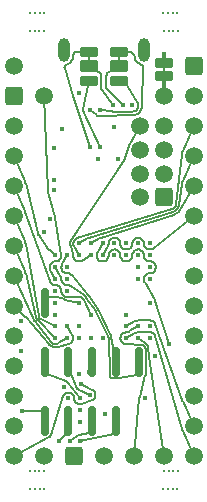
<source format=gbl>
%FSTAX23Y23*%
%MOIN*%
%SFA1B1*%

%IPPOS*%
%AMD61*
4,1,8,0.029500,-0.022100,0.029500,0.022100,0.022100,0.029500,-0.022100,0.029500,-0.029500,0.022100,-0.029500,-0.022100,-0.022100,-0.029500,0.022100,-0.029500,0.029500,-0.022100,0.0*
1,1,0.014760,0.022100,-0.022100*
1,1,0.014760,0.022100,0.022100*
1,1,0.014760,-0.022100,0.022100*
1,1,0.014760,-0.022100,-0.022100*
%
%AMD62*
4,1,8,0.022100,0.029500,-0.022100,0.029500,-0.029500,0.022100,-0.029500,-0.022100,-0.022100,-0.029500,0.022100,-0.029500,0.029500,-0.022100,0.029500,0.022100,0.022100,0.029500,0.0*
1,1,0.014760,0.022100,0.022100*
1,1,0.014760,-0.022100,0.022100*
1,1,0.014760,-0.022100,-0.022100*
1,1,0.014760,0.022100,-0.022100*
%
%AMD67*
4,1,8,-0.025600,-0.015700,0.025600,-0.015700,0.029500,-0.011800,0.029500,0.011800,0.025600,0.015700,-0.025600,0.015700,-0.029500,0.011800,-0.029500,-0.011800,-0.025600,-0.015700,0.0*
1,1,0.007880,-0.025600,-0.011800*
1,1,0.007880,0.025600,-0.011800*
1,1,0.007880,0.025600,0.011800*
1,1,0.007880,-0.025600,0.011800*
%
%AMD68*
4,1,8,-0.024600,-0.019700,0.024600,-0.019700,0.029500,-0.014800,0.029500,0.014800,0.024600,0.019700,-0.024600,0.019700,-0.029500,0.014800,-0.029500,-0.014800,-0.024600,-0.019700,0.0*
1,1,0.009840,-0.024600,-0.014800*
1,1,0.009840,0.024600,-0.014800*
1,1,0.009840,0.024600,0.014800*
1,1,0.009840,-0.024600,0.014800*
%
%AMD69*
4,1,8,-0.013800,0.042300,-0.013800,-0.042300,-0.006900,-0.049200,0.006900,-0.049200,0.013800,-0.042300,0.013800,0.042300,0.006900,0.049200,-0.006900,0.049200,-0.013800,0.042300,0.0*
1,1,0.013780,-0.006900,0.042300*
1,1,0.013780,-0.006900,-0.042300*
1,1,0.013780,0.006900,-0.042300*
1,1,0.013780,0.006900,0.042300*
%
%ADD10C,0.007870*%
%ADD11C,0.005910*%
%ADD60C,0.059060*%
G04~CAMADD=61~8~0.0~0.0~590.6~590.6~73.8~0.0~15~0.0~0.0~0.0~0.0~0~0.0~0.0~0.0~0.0~0~0.0~0.0~0.0~270.0~590.0~590.0*
%ADD61D61*%
G04~CAMADD=62~8~0.0~0.0~590.6~590.6~73.8~0.0~15~0.0~0.0~0.0~0.0~0~0.0~0.0~0.0~0.0~0~0.0~0.0~0.0~0.0~590.6~590.6*
%ADD62D62*%
%ADD63O,0.039370X0.078740*%
%ADD64C,0.007870*%
%ADD65C,0.017720*%
G04~CAMADD=67~8~0.0~0.0~590.6~315.0~39.4~0.0~15~0.0~0.0~0.0~0.0~0~0.0~0.0~0.0~0.0~0~0.0~0.0~0.0~180.0~590.0~314.0*
%ADD67D67*%
G04~CAMADD=68~8~0.0~0.0~590.6~393.7~49.2~0.0~15~0.0~0.0~0.0~0.0~0~0.0~0.0~0.0~0.0~0~0.0~0.0~0.0~180.0~591.0~394.0*
%ADD68D68*%
G04~CAMADD=69~8~0.0~0.0~984.3~275.6~68.9~0.0~15~0.0~0.0~0.0~0.0~0~0.0~0.0~0.0~0.0~0~0.0~0.0~0.0~90.0~276.0~984.0*
%ADD69D69*%
%ADD70C,0.011810*%
%LNcs_ranka-1*%
%LPD*%
G54D10*
X00438Y0138D02*
D01*
X00438Y0138*
X00437Y01381*
X00437Y01381*
X00437Y01382*
X00437Y01382*
X00436Y01383*
X00436Y01383*
X00435Y01383*
X00435Y01384*
X00435Y01384*
X00434Y01384*
X00434Y01385*
X00433Y01385*
X00433Y01385*
X00432Y01385*
X00432Y01385*
X00431Y01385*
X0043Y01385*
X0043Y01385*
X00227Y01351D02*
D01*
X00228Y01353*
X0023Y01355*
X00231Y01356*
X00232Y01358*
X00233Y0136*
X00234Y01362*
X00235Y01364*
X00235Y01366*
X00236Y01368*
X00236Y01371*
X00236Y01373*
X00237Y01374*
X00362Y01322D02*
D01*
X00361Y01322*
X0036Y01322*
X00359Y01322*
X00358Y01322*
X00357Y01321*
X00356Y01321*
X00355Y0132*
X00354Y0132*
X00353Y01319*
X00352Y01319*
X00352Y01318*
X00351Y01317*
X0035Y01316*
X00349Y01315*
X00349Y01314*
X00348Y01313*
X00348Y01312*
X00348Y01311*
X00347Y0131*
X00347Y01309*
X00347Y01308*
X00347Y01307*
X00347Y01307*
X00331Y01267D02*
D01*
X00331Y01266*
X00331Y01265*
X00331Y01264*
X00332Y01263*
X00332Y01262*
X00332Y01261*
X00333Y0126*
X00333Y01259*
X00334Y01258*
X00334Y01258*
X00331Y01307D02*
D01*
X00331Y01308*
X00331Y01309*
X00331Y0131*
X0033Y01311*
X0033Y01312*
X0033Y01313*
X00329Y01314*
X00329Y01315*
X00328Y01316*
X00327Y01317*
X00327Y01318*
X00326Y01318*
X00325Y01319*
X00324Y0132*
X00323Y0132*
X00322Y01321*
X00321Y01321*
X0032Y01322*
X00319Y01322*
X00318Y01322*
X00317Y01322*
X00316Y01322*
X00315*
X00236Y01241D02*
D01*
X00236Y01241*
X00236Y01241*
X00236Y01241*
X00237Y01241*
X00237Y01241*
X00213Y01344D02*
D01*
X00213Y01344*
X00212Y01344*
X00212Y01343*
X00211Y01343*
X00211Y01343*
X0021Y01342*
X0021Y01342*
X0021Y01342*
X00209Y01341*
X00209Y01341*
X00209Y0134*
X00208Y0134*
X00208Y01339*
X00208Y01339*
X00208Y01338*
X00208Y01338*
X00208Y01337*
X00207Y01337*
X00207Y01336*
X00208Y01336*
X00208Y01335*
X00208Y01334*
X00208Y01334*
X00213Y01344D02*
D01*
X00215Y01345*
X00217Y01345*
X00219Y01346*
X00221Y01347*
X00223Y01349*
X00225Y0135*
X00227Y01351*
X00227Y01351*
X00244Y01385D02*
D01*
X00244Y01385*
X00243Y01385*
X00243Y01385*
X00242Y01385*
X00242Y01385*
X00241Y01385*
X00241Y01384*
X0024Y01384*
X0024Y01384*
X00239Y01383*
X00239Y01383*
X00239Y01383*
X00238Y01382*
X00238Y01382*
X00238Y01381*
X00237Y01381*
X00237Y0138*
X00237Y0138*
X00237Y01379*
X00237Y01379*
X00237Y01378*
X00237Y01378*
X00237Y01377*
X00443Y01365D02*
D01*
X00443Y01363*
X00444Y01361*
X00445Y01359*
X00447Y01357*
X00448Y01355*
X00449Y01353*
X00451Y01352*
X00452Y0135*
X00454Y01349*
X00456Y01348*
X00458Y01347*
X0046Y01346*
X00462Y01345*
X00464Y01344*
X00465Y01344*
X00435Y01176D02*
D01*
X00437Y01176*
X00439Y01176*
X00441Y01177*
X00443Y01177*
X00446Y01178*
X00448Y01179*
X0045Y0118*
X00452Y01181*
X00453Y01183*
X00455Y01184*
X00457Y01186*
X00458Y01187*
X0046Y01189*
X00461Y01191*
X00462Y01193*
X00463Y01195*
X00464Y01197*
X00465Y01199*
X00465Y01201*
X00466Y01204*
X00466Y01206*
X00466Y01207*
X00471Y01336D02*
D01*
X00471Y01336*
X00471Y01337*
X00471Y01337*
X00471Y01338*
X00471Y01338*
X0047Y01339*
X0047Y0134*
X0047Y0134*
X0047Y0134*
X00469Y01341*
X00469Y01341*
X00469Y01342*
X00468Y01342*
X00468Y01342*
X00467Y01343*
X00467Y01343*
X00466Y01343*
X00466Y01344*
X00465Y01344*
X00465Y01344*
X00433Y01187D02*
D01*
X00435Y01188*
X00436Y01188*
X00438Y01188*
X00439Y01188*
X0044Y01189*
X00442Y01189*
X00443Y0119*
X00444Y01191*
X00446Y01191*
X00447Y01192*
X00448Y01193*
X00449Y01194*
X0045Y01195*
X0045Y01197*
X00451Y01198*
X00452Y01199*
X00453Y012*
X00453Y01202*
X00453Y01203*
X00454Y01205*
X00454Y01206*
X00454Y01207*
Y01209*
X00454Y0121*
X00454Y01212*
X00453Y01213*
X00453Y01215*
X00453Y01216*
X00452Y01217*
X00451Y01218*
X00451Y01219*
X00368Y01188D02*
D01*
X00369Y01188*
X0037Y01187*
X00271Y01196D02*
D01*
X00271Y01195*
X00271Y01193*
X00271Y01192*
X00271Y01191*
X00271Y01189*
X00271Y01188*
X00272Y01186*
X00272Y01185*
X00273Y01184*
X00273Y01184*
X00315Y01176D02*
D01*
X00316Y01175*
X00317Y01174*
X00319Y01173*
X0032Y01173*
X00321Y01173*
X00323Y01172*
X00324Y01172*
X00326Y01172*
X00327Y01172*
X00328Y01172*
X00438Y0138D02*
X00443Y01365D01*
X00388Y01385D02*
X0043D01*
D01*
X00347Y01267D02*
Y01307D01*
Y01267D02*
X00402Y01208D01*
X00334Y01258D02*
X0037Y01208D01*
X00331Y01267D02*
Y01307D01*
X00237Y01241D02*
X00292Y0107D01*
X00208Y01334D02*
X00236Y01241D01*
X00213Y01344D02*
X00213D01*
X00244Y01385D02*
D01*
X00237Y01374D02*
Y01377D01*
X00244Y01385D02*
X0029D01*
X00328Y01172D02*
X00435Y01176D01*
X00466Y01207D02*
X00471Y01336D01*
X0037Y01187D02*
X00433D01*
X00327Y01192D02*
X00368Y01188D01*
X00271Y01196D02*
X0029Y01291D01*
X00273Y01184D02*
X00327Y0107D01*
X00292Y01192D02*
X00315Y01176D01*
X00409Y01285D02*
X00451Y01219D01*
X00539Y01307D02*
Y01351D01*
X00388Y01338D02*
Y01385D01*
X0029Y01338D02*
Y01385D01*
G54D11*
X00453Y00492D02*
D01*
X00452Y00492*
X0045Y00491*
X00449Y00491*
X00448Y00491*
X00446Y0049*
X00445Y0049*
X00444Y00489*
X00443Y00489*
X00511Y00478D02*
D01*
X0051Y0048*
X0051Y00481*
X00509Y00482*
X00508Y00483*
X00508Y00484*
X00507Y00485*
X00506Y00486*
X00505Y00487*
X00504Y00488*
X00502Y00489*
X00501Y0049*
X005Y0049*
X00499Y00491*
X00497Y00491*
X00496Y00491*
X00495Y00491*
X00493Y00492*
X00492Y00492*
X00414Y00452D02*
D01*
X00415Y00452*
X00416Y00452*
X00418Y00453*
X00419Y00453*
X0042Y00453*
X00422Y00454*
X00423Y00455*
X00424Y00455*
X00414Y00452D02*
D01*
X00412Y00452*
X00411Y00452*
X0041Y00452*
X00408Y00451*
X00407Y00451*
X00406Y00451*
X00404Y0045*
X00403Y00449*
X00402Y00448*
X00401Y00448*
X004Y00447*
X00399Y00446*
X00398Y00445*
X00397Y00444*
X00397Y00442*
X00396Y00441*
X00395Y0044*
X00395Y00439*
D01*
X00395Y00437*
X00394Y00436*
X00394Y00435*
X00394Y00433*
X00394Y00432*
X00394Y00431*
X00394Y00429*
X00395Y00428*
X00395Y00427*
X00395Y00425*
X00396Y00424*
X00397Y00423*
X00397Y00422*
X00398Y00421*
X00399Y00419*
X004Y00418*
X00401Y00418*
X00402Y00417*
X00403Y00416*
X00404Y00415*
X00406Y00415*
X00407Y00414*
X00408Y00414*
X00409Y00413*
X00411Y00413*
X00412Y00413*
X00413Y00413*
X00467Y0041D02*
D01*
X00466Y0041*
X00465Y0041*
X00465Y0041*
X00478Y00396D02*
D01*
X00478Y00397*
X00478Y00398*
X00477Y00399*
X00477Y004*
X00477Y00401*
X00476Y00402*
X00476Y00403*
X00476Y00403*
X00475Y00404*
X00474Y00405*
X00474Y00406*
X00473Y00406*
X00472Y00407*
X00472Y00408*
X00471Y00408*
X0047Y00409*
X00469Y00409*
X00468Y00409*
X00467Y0041*
X00467Y0041*
X00511Y00438D02*
D01*
X00511Y00439*
X0051Y00441*
X0051Y00442*
X00509Y00443*
X00508Y00444*
X00508Y00445*
X00507Y00446*
X00506Y00447*
X00505Y00448*
X00503Y00449*
X00502Y0045*
X00501Y0045*
X005Y00451*
X00499Y00451*
X00497Y00452*
X00496Y00452*
X00495Y00452*
X00493Y00452*
X00492Y00452*
D01*
X00492Y00452*
X00492*
X00492*
X00492*
X00492*
Y00452*
X00453D02*
D01*
X00452Y00452*
X0045Y00452*
X00449Y00452*
X00448Y00452*
X00446Y00451*
X00445Y00451*
X00444Y0045*
X00443Y0045*
X00492Y00649D02*
D01*
X00491Y00649*
X0049Y00649*
X00488Y00649*
X00487Y00648*
X00486Y00648*
X00484Y00647*
X00483Y00647*
X00482Y00646*
X00481Y00645*
X0048Y00645*
X00479Y00644*
X00478Y00643*
X00477Y00642*
X00476Y0064*
X00475Y00639*
X00475Y00638*
X00474Y00637*
X00474Y00636*
X00473Y00634*
X00473Y00633*
X00473Y00631*
X00473Y0063*
X00473Y00629*
D01*
X00473Y00628*
X00473Y00627*
X00473Y00625*
X00473Y00624*
X00474Y00623*
X00474Y00621*
X00475Y0062*
X00475Y0062*
X00511Y00556D02*
D01*
X00511Y00558*
X0051Y00559*
X0051Y0056*
X00509Y00561*
X00492Y00649D02*
D01*
X00494Y00649*
X00495Y00649*
X00497Y0065*
X00498Y0065*
X00499Y0065*
X005Y00651*
X00502Y00651*
X00503Y00652*
X00504Y00653*
X00505Y00654*
X00506Y00655*
X00507Y00656*
X00508Y00657*
X00509Y00658*
X00509Y00659*
X0051Y0066*
X00473Y00708D02*
D01*
X00473Y00709*
X00473Y00711*
X00472Y00712*
X00472Y00714*
X00472Y00715*
X00471Y00716*
X0047Y00717*
X0047Y00719*
X00469Y0072*
X00468Y00721*
X00467Y00722*
X00466Y00723*
X00465Y00724*
X00464Y00724*
X00463Y00725*
X00462Y00726*
X0046Y00726*
X00459Y00727*
X00458Y00727*
X00457Y00728*
X00455Y00728*
X00454Y00728*
X00453Y00728*
X0051Y0066D02*
D01*
X00511Y00661*
X00511Y00663*
X00511Y00664*
X00512Y00665*
X00512Y00667*
X00512Y00668*
X00512Y00669*
X00512Y00671*
X00512Y00672*
X00512Y00673*
X00511Y00675*
X00511Y00676*
X0051Y00677*
X0051Y00679*
X00509Y0068*
X00508Y00681*
X00507Y00682*
X00506Y00683*
X00505Y00684*
X00504Y00685*
X00503Y00685*
X00502Y00686*
X00501Y00687*
X00499Y00687*
X00498Y00688*
X00497Y00688*
X00495Y00688*
X00494Y00688*
X00493Y00688*
X00492Y00688*
X00473Y00708D02*
D01*
X00473Y00707*
X00473Y00705*
X00473Y00704*
X00474Y00703*
X00474Y00701*
X00475Y007*
X00475Y00699*
X00476Y00698*
X00477Y00696*
X00477Y00695*
X00478Y00694*
X00479Y00693*
X0048Y00693*
X00482Y00692*
X00483Y00691*
X00484Y0069*
X00485Y0069*
X00486Y00689*
X00488Y00689*
X00489Y00689*
X00491Y00689*
X00492Y00688*
X00492Y00688*
X00289Y00573D02*
D01*
X00287Y00575*
X00287Y00576*
X00322Y00524D02*
D01*
X00321Y00526*
X0032Y00528*
X0032Y00528*
X00364Y00437D02*
D01*
X00364Y00439*
X00363Y00441*
X00362Y00443*
X00362Y00445*
X00361Y00446*
X00208Y00562D02*
D01*
X0021Y00561*
X0021Y00561*
X00183Y00569D02*
D01*
X00182Y0057*
X00181Y0057*
X00179Y0057*
X00178Y0057*
X00178Y0057*
D01*
X00177*
X00177Y0057*
X00177Y0057*
X00177Y0057*
X00177Y0057*
X00177Y0057*
X00197Y0059D02*
D01*
X00197Y00589*
X00197Y00587*
X00198Y00586*
X00198Y00585*
X00198Y00583*
X00199Y00582*
X00199Y00581*
X002Y0058*
X00201Y00578*
X00202Y00577*
X00203Y00576*
X00204Y00575*
X00205Y00575*
X00206Y00574*
X00207Y00573*
X00208Y00572*
X00209Y00572*
X00211Y00571*
X00212Y00571*
X00213Y00571*
X00215Y0057*
X00216Y0057*
X00217*
X00217D02*
D01*
X00217Y0057*
X00217*
X00217*
X00217*
X00217Y0057*
X00217D02*
D01*
X00217*
X00217*
X00217*
X00217*
X00217*
X00197Y0059D02*
D01*
X00197Y00591*
X00197Y00593*
X00197Y00594*
X00196Y00595*
X00196Y00597*
X00195Y00598*
X00195Y00599*
X00194Y006*
X00193Y00602*
X00193Y00603*
X00192Y00604*
X00191Y00605*
X0019Y00606*
X00188Y00606*
X00187Y00607*
X00186Y00608*
X00185Y00608*
X00184Y00609*
X00182Y00609*
X00181Y00609*
X0018Y0061*
X00178Y0061*
X00177Y0061*
X00159Y00623D02*
D01*
X00159Y00622*
X0016Y0062*
X00161Y00619*
X00161Y00618*
X00162Y00617*
X00163Y00616*
X00164Y00615*
X00165Y00614*
X00166Y00613*
X00168Y00612*
X00169Y00612*
X0017Y00611*
X00171Y00611*
X00173Y0061*
X00174Y0061*
X00175Y0061*
X00177Y0061*
X00177Y0061*
X00232Y00642D02*
D01*
X00231Y00643*
X0023Y00644*
X00229Y00645*
X00228Y00646*
X00227Y00646*
X00226Y00647*
X00224Y00648*
X00223Y00648*
X00222Y00648*
X0022Y00649*
X00219Y00649*
X00218Y00649*
X00217Y00649*
X00198Y00675D02*
D01*
X00198Y00674*
X00197Y00672*
X00197Y00671*
X00197Y0067*
X00197Y00668*
X00197Y00667*
X00197Y00666*
X00198Y00664*
X00198Y00663*
X00199Y00662*
X00199Y0066*
X002Y00659*
X002Y00658*
X00201Y00657*
X00202Y00656*
X00203Y00655*
X00204Y00654*
X00205Y00653*
X00206Y00652*
X00207Y00652*
X00209Y00651*
X0021Y0065*
X00211Y0065*
X00213Y0065*
X00214Y00649*
X00215Y00649*
X00217Y00649*
X00217Y00649*
X002Y00679D02*
D01*
X00199Y00677*
X00199Y00676*
X00198Y00675*
X00492Y00728D02*
D01*
X00494Y00728*
X00495Y00728*
X00496Y00728*
X00498Y00729*
X00499Y00729*
X005Y0073*
X00502Y0073*
X00503Y00731*
X00504Y00732*
X00505Y00732*
X00473Y00747D02*
D01*
X00473Y00746*
X00473Y00745*
X00473Y00743*
X00474Y00742*
X00474Y00741*
X00474Y00739*
X00475Y00738*
X00476Y00737*
X00476Y00737*
X00431Y00738D02*
D01*
X00432Y0074*
X00432Y00741*
X00433Y00742*
X00433Y00744*
X00433Y00745*
X00433Y00746*
X00433Y00748*
X00473Y00747D02*
D01*
X00473Y00749*
X00473Y0075*
X00472Y00752*
X00472Y00753*
X00472Y00754*
X00471Y00756*
X0047Y00757*
X0047Y00758*
X00469Y00759*
X00468Y0076*
X00467Y00761*
X00466Y00762*
X00465Y00763*
X00464Y00764*
X00463Y00765*
X00462Y00765*
X0046Y00766*
X00459Y00766*
X00458Y00767*
X00456Y00767*
X00455Y00767*
X00454Y00767*
X00452Y00767*
X00451Y00767*
X0045Y00767*
X00448Y00767*
X00447Y00766*
X00446Y00766*
X00444Y00765*
X00443Y00765*
X00442Y00764*
X00441Y00763*
X0044Y00762*
X00439Y00761*
X00438Y0076*
X00437Y00759*
X00436Y00758*
X00436Y00757*
X00435Y00756*
X00435Y00754*
X00434Y00753*
X00434Y00752*
X00434Y0075*
X00433Y00749*
X00433Y00748*
X00394Y00747D02*
D01*
X00394Y00746*
X00394Y00745*
X00394Y00743*
X00395Y00742*
X00395Y00741*
X00396Y00739*
X00396Y00738*
X00397Y00737*
X00398Y00736*
X00399Y00735*
X004Y00734*
X00401Y00733*
X00402Y00732*
X00403Y00731*
X00404Y0073*
X00405Y0073*
X00406Y00729*
X00408Y00729*
X00409Y00728*
X0041Y00728*
X00412Y00728*
X00413Y00728*
X00414*
X00352Y00738D02*
D01*
X00353Y00739*
X00353Y0074*
X00354Y00741*
X00354Y00743*
X00354Y00744*
X00355Y00745*
X00355Y00747*
X00355Y00748*
X00394Y00747D02*
D01*
X00394Y00749*
X00394Y0075*
X00394Y00752*
X00393Y00753*
X00393Y00754*
X00392Y00756*
X00392Y00757*
X00391Y00758*
X0039Y00759*
X00389Y0076*
X00388Y00761*
X00388Y00762*
X00386Y00763*
X00385Y00764*
X00384Y00765*
X00383Y00765*
X00382Y00766*
X0038Y00766*
X00379Y00767*
X00378Y00767*
X00376Y00767*
X00375Y00767*
X00374Y00767*
D01*
X00373Y00767*
X00372Y00767*
X0037Y00767*
X00369Y00766*
X00368Y00766*
X00366Y00766*
X00365Y00765*
X00364Y00764*
X00363Y00763*
X00362Y00763*
X00361Y00762*
X0036Y00761*
X00359Y0076*
X00358Y00759*
X00357Y00757*
X00357Y00756*
X00356Y00755*
X00356Y00754*
X00355Y00752*
X00355Y00751*
X00355Y0075*
X00355Y00748*
X00355Y00748*
X00476Y00737D02*
D01*
X00477Y00736*
X00478Y00734*
X00479Y00733*
X0048Y00733*
X00481Y00732*
X00482Y00731*
X00483Y0073*
X00484Y0073*
X00486Y00729*
X00487Y00729*
X00488Y00728*
X0049Y00728*
X00491Y00728*
X00492Y00728*
X00492Y00728*
X00414D02*
D01*
X00415Y00728*
X00416Y00728*
X00418Y00728*
X00419Y00729*
X0042Y00729*
X00422Y0073*
X00423Y0073*
X00424Y00731*
X00425Y00732*
X00426Y00732*
X00427Y00733*
X00428Y00734*
X00429Y00735*
X0043Y00736*
X00431Y00738*
X00431Y00738*
X00358Y00311D02*
D01*
X00358Y0031*
X00358Y00309*
X00358Y00308*
X00358Y00307*
X00359Y00306*
X00359Y00306*
X00359Y00305*
X0036Y00304*
X0036Y00303*
X00361Y00302*
X00362Y00302*
X00362Y00301*
X00363Y003*
X00364Y003*
X00365Y00299*
X00366Y00299*
X00366Y00299*
X00367Y00298*
X00368Y00298*
X00369Y00298*
X0037Y00298*
X00371Y00298*
X00371Y00298*
X00354Y00439D02*
D01*
X00353Y0044*
X00353Y00441*
X00353Y00441*
X00355Y00433D02*
D01*
X00355Y00434*
X00354Y00436*
X00354Y00437*
X00354Y00438*
X00354Y00439*
X00313Y0052D02*
D01*
X00313Y00521*
X00312Y00522*
X00312Y00523*
X00177Y00688D02*
D01*
X00179Y00689*
X0018Y00689*
X00182Y00689*
X00183Y00689*
X00184Y0069*
X00185Y0069*
X00187Y00691*
X00188Y00691*
X00189Y00692*
X0019Y00693*
X00191Y00694*
X00192Y00695*
X00193Y00696*
X00194Y00697*
X00195Y00698*
X00195Y007*
X00196Y00701*
X00196Y00702*
X00197Y00703*
X00197Y00705*
X00197Y00706*
X00197Y00707*
X00197Y00708*
D01*
X00197Y0071*
X00197Y00711*
X00197Y00711*
X00402Y01019D02*
D01*
X00402Y0102*
X00403Y01021*
X00404Y01022*
X00404Y01024*
X00405Y01024*
X00237Y00708D02*
D01*
X00237Y00707*
X00237Y00705*
X00237Y00704*
X00237Y00703*
X00238Y00701*
X00238Y007*
X00239Y00699*
X0024Y00698*
X0024Y00697*
X00241Y00696*
X00242Y00694*
X00243Y00694*
X00244Y00693*
X00245Y00692*
X00246Y00691*
X00248Y0069*
X00249Y0069*
X0025Y00689*
X00251Y00689*
X00253Y00689*
X00254Y00689*
X00256Y00688*
X00257*
X00258Y00689*
X0026Y00689*
X00261Y00689*
X00262Y00689*
X00264Y0069*
X00265Y0069*
X00266Y00691*
X00232Y00764D02*
D01*
X00231Y00762*
X0023Y0076*
X00229Y00758*
X00228Y00757*
X00228Y00755*
X00227Y00753*
X00227Y0075*
X00227Y00748*
X00227Y00746*
X00227Y00744*
X00227Y00742*
X00228Y0074*
X00228Y00739*
X00237Y00708D02*
D01*
X00236Y0071*
X00236Y00711*
X00236Y00712*
X00236Y00714*
X00236Y00714*
X00414Y00688D02*
D01*
X00415Y00689*
X00416Y00689*
X00418Y00689*
X00419Y00689*
X0042Y0069*
X00422Y0069*
X00423Y00691*
X00424Y00691*
X00425Y00692*
X00426Y00693*
X00427Y00694*
X00428Y00695*
X00429Y00696*
X0043Y00697*
X00431Y00698*
X00431Y007*
X00432Y00701*
X00432Y00702*
X00433Y00703*
X00433Y00705*
X00433Y00706*
X00433Y00707*
X00433Y00708*
X00453Y00728D02*
D01*
X00452Y00728*
X0045Y00728*
X00449Y00727*
X00448Y00727*
X00446Y00727*
X00445Y00726*
X00444Y00726*
X00443Y00725*
X00441Y00724*
X0044Y00723*
X00439Y00722*
X00438Y00721*
X00437Y0072*
X00437Y00719*
X00436Y00718*
X00435Y00717*
X00435Y00715*
X00434Y00714*
X00434Y00713*
X00434Y00712*
X00433Y0071*
X00433Y00709*
X00433Y00708*
X00394Y00708D02*
D01*
X00394Y00707*
X00394Y00705*
X00394Y00704*
X00395Y00703*
X00395Y00701*
X00396Y007*
X00396Y00699*
X00397Y00698*
X00398Y00697*
X00399Y00695*
X004Y00694*
X00401Y00694*
X00402Y00693*
X00403Y00692*
X00404Y00691*
X00405Y0069*
X00406Y0069*
X00408Y00689*
X00409Y00689*
X0041Y00689*
X00412Y00689*
X00413Y00688*
X00414*
X00318Y00718D02*
D01*
X00317Y00717*
X00317Y00716*
X00316Y00714*
X00316Y00713*
X00316Y00712*
X00315Y0071*
X00315Y00709*
X00315Y00707*
X00315Y00706*
X00316Y00705*
X00316Y00703*
X00316Y00702*
X00317Y00701*
X00317Y007*
X00318Y00698*
X00319Y00697*
X00319Y00696*
X0032Y00695*
X00321Y00694*
X00322Y00693*
X00323Y00692*
X00324Y00691*
X00326Y00691*
X00327Y0069*
X00328Y0069*
X00329Y00689*
X00331Y00689*
X00332Y00689*
X00334Y00689*
X00335Y00688*
X00336Y00689*
X00338Y00689*
X00339Y00689*
X0034Y00689*
X00342Y0069*
X00343Y0069*
X00344Y00691*
X00345Y00691*
X00346Y00692*
X00348Y00693*
X00349Y00694*
X0035Y00695*
X0035Y00696*
X00351Y00697*
X00352Y00698*
X00353Y007*
X00353Y00701*
X00354Y00702*
X00354Y00703*
X00354Y00705*
X00355Y00706*
X00355Y00707*
X00355Y00708*
X00394Y00708D02*
D01*
X00394Y00709*
X00394Y00711*
X00394Y00712*
X00393Y00714*
X00393Y00715*
X00392Y00716*
X00392Y00717*
X00391Y00719*
X0039Y0072*
X00389Y00721*
X00388Y00722*
X00388Y00723*
X00386Y00724*
X00385Y00724*
X00384Y00725*
X00383Y00726*
X00382Y00726*
X0038Y00727*
X00379Y00727*
X00378Y00728*
X00376Y00728*
X00375Y00728*
X00374Y00728*
D01*
X00373Y00728*
X00372Y00728*
X0037Y00727*
X00369Y00727*
X00368Y00727*
X00366Y00726*
X00365Y00726*
X00364Y00725*
X00363Y00724*
X00362Y00723*
X00361Y00722*
X0036Y00721*
X00359Y0072*
X00358Y00719*
X00357Y00718*
X00357Y00717*
X00356Y00716*
X00356Y00714*
X00355Y00713*
X00355Y00712*
X00355Y0071*
X00355Y00709*
X00355Y00708*
X00573Y00844D02*
D01*
X00575Y00845*
X00577Y00846*
X0058Y00848*
X00582Y00849*
X00584Y00851*
X00586Y00852*
X00588Y00854*
X0059Y00856*
X00592Y00858*
X00593Y0086*
X00594Y00861*
X00329Y00766D02*
D01*
X00328Y00766*
X00326Y00765*
X00325Y00765*
X00325Y00765*
X00154Y00924D02*
D01*
X00154Y00922*
X00154Y00921*
X00154Y0092*
X00154Y0092*
X00177Y00832D02*
D01*
X00177Y00833*
X00177Y00835*
X00177Y00835*
X00425Y01081D02*
D01*
X00424Y01078*
X00423Y01076*
X00422Y01074*
X00153Y00731D02*
D01*
X00154Y00729*
X00156Y00727*
X00157Y00726*
X00158Y00725*
X00119Y00782D02*
D01*
X00119Y00781*
X0012Y0078*
X0012Y00778*
X00121Y00777*
X00122Y00776*
X00122Y00776*
X0029Y00766D02*
D01*
X00288Y00766*
X00287Y00765*
X00286Y00765*
X00286Y00765*
X00569Y00854D02*
D01*
X00571Y00854*
X00573Y00855*
X00575Y00856*
X00576Y00857*
X00578Y00858*
X0058Y00859*
X00581Y00861*
X00582Y00862*
X00584Y00864*
X00584Y00865*
X00602Y00955D02*
D01*
X00601Y00953*
X006Y0095*
X00599Y00947*
X00599Y00945*
X00584Y00865D02*
D01*
X00585Y00866*
X00586Y00868*
X00587Y0087*
X00588Y00872*
X00588Y00874*
X00589Y00876*
X00589Y00876*
X00239Y00756D02*
D01*
X00238Y00755*
X00238Y00754*
X00237Y00753*
X00237Y00751*
X00237Y0075*
X00237Y00748*
X00237Y00747*
X00237Y00746*
X00237Y00744*
X00237Y00743*
X00237Y00742*
X00238Y0074*
X00238Y00739*
X00239Y00738*
X00239Y00738*
X0025Y00766D02*
D01*
X00249Y00766*
X00248Y00765*
X00247Y00765*
X00245Y00764*
X00244Y00763*
X00243Y00762*
X00242Y00761*
X00241Y0076*
X0024Y00759*
X0024Y00758*
X00239Y00757*
X00239Y00756*
X00602Y01055D02*
D01*
X00601Y01053*
X006Y0105*
X00599Y01047*
X00599Y01044*
X00599Y01044*
X00566Y00863D02*
D01*
X00568Y00864*
X00569Y00864*
X0057Y00865*
X00571Y00865*
X00572Y00866*
X00573Y00867*
X00574Y00868*
X00575Y00869*
X00576Y0087*
X00576Y00871*
X00577Y00872*
X00578Y00873*
X00578Y00874*
X00578Y00875*
X00579Y00876*
X00579Y00878*
X00579Y00878*
X006Y00227D02*
D01*
X00601Y00224*
X00602Y00223*
X006Y00129D02*
D01*
X00601Y00126*
X00602Y00124*
X00602Y00123*
X00489Y00375D02*
D01*
X00488Y00373*
X00489Y00372*
X00489Y00371*
X00489Y00371*
X00487Y00397D02*
D01*
X00487Y00399*
X00487Y00401*
X00487Y00402*
X00486Y00404*
X00486Y00405*
X00485Y00407*
X00484Y00408*
X00483Y0041*
X00482Y00411*
X00481Y00412*
X0048Y00413*
X00479Y00414*
X00478Y00415*
X00477Y00416*
X00257Y00109D02*
D01*
X00256Y00109*
X00254Y00109*
X00253Y00108*
X00252Y00108*
X00251Y00107*
X00249Y00107*
X00249Y00106*
X00221Y00283D02*
D01*
X0022Y00284*
X00219Y00285*
X00218Y00286*
X00217Y00287*
X00216Y00288*
X00214Y00288*
X00213Y00289*
X00212Y0029*
X00212Y0029*
X00246Y00272D02*
D01*
X00246Y00271*
X00247Y0027*
X00247Y00268*
X00248Y00267*
X00249Y00266*
X0025Y00265*
X00251Y00264*
X00252Y00263*
X00253Y00263*
X00254Y00262*
X00255Y00261*
X00299Y00225D02*
D01*
X003Y00226*
X003Y00226*
X00156Y00103D02*
D01*
X00156Y00103*
X00157Y00104*
X00158Y00104*
X00159Y00105*
X00159Y00106*
X0016Y00106*
X0016Y00107*
X00161Y00108*
X00161Y00109*
X00162Y0011*
X00162Y00111*
X0024Y00232D02*
D01*
X0024Y00233*
X0024Y00234*
X0024Y00236*
X0024Y00237*
X00239Y00238*
X00239Y0024*
X00238Y00241*
X00237Y00242*
X00237Y00243*
X00236Y00244*
X00235Y00245*
X00234Y00246*
X00233Y00247*
X00232Y00248*
X00231Y00249*
X00229Y00249*
X00228Y0025*
X00227Y0025*
X00226Y00251*
X00224Y00251*
X00223Y00251*
X00221Y00251*
X0022Y00251*
X00219Y00251*
X00217Y00251*
X00216Y00251*
X00215Y00251*
X00213Y0025*
X00212Y00249*
X00211Y00249*
X0021Y00248*
X00209Y00247*
X00208Y00246*
X00207Y00245*
X00206Y00244*
X00205Y00243*
X00204Y00242*
X00203Y00241*
X00203Y0024*
X00202Y00239*
X00202Y00238*
X0024Y00232D02*
D01*
X0024Y0023*
X00241Y00229*
X00241Y00228*
X00241Y00226*
X00242Y00225*
X00242Y00224*
X00243Y00223*
X00243Y00221*
X00244Y0022*
X00245Y00219*
X00246Y00218*
X00247Y00217*
X00248Y00216*
X00249Y00215*
X0025Y00215*
X00252Y00214*
X00253Y00214*
X00254Y00213*
X00255Y00213*
X00257Y00212*
X00258Y00212*
X00259Y00212*
X00261Y00212*
X00262Y00212*
X00264Y00212*
X00265Y00213*
X00266Y00213*
X00267Y00213*
X003Y00226D02*
D01*
X00302Y00227*
X00303Y00227*
X00304Y00228*
X00305Y00229*
X00306Y0023*
X00307Y00231*
X00308Y00232*
X00308Y00233*
X00309Y00234*
X0031Y00236*
X0031Y00237*
X00311Y00238*
X00311Y0024*
X00311Y00241*
X00311Y00242*
X00311Y00244*
X00311Y00245*
X00311Y00246*
X00311Y00248*
X00311Y00249*
X0031Y0025*
X0031Y00252*
X00309Y00253*
X00308Y00254*
X00307Y00255*
X00307Y00256*
X00306Y00257*
X00305Y00258*
X00304Y00259*
X00303Y0026*
X00301Y00261*
X003Y00261*
X00477Y00308D02*
D01*
X00477Y00309*
X00478Y0031*
X00478Y00311*
X00478Y00312*
X00458Y00237D02*
D01*
X00457Y00236*
X00457Y00234*
X00457Y00234*
X00385Y00298D02*
D01*
X00386Y00298*
X00387Y00298*
X00388Y00298*
X00228Y00606D02*
D01*
X00227Y00607*
X00226Y00608*
X00224Y00608*
X00223Y00609*
X00222Y00609*
X00221Y00609*
X00219Y0061*
X00218Y0061*
X00217Y0061*
X00197Y00629D02*
D01*
X00197Y00628*
X00197Y00627*
X00198Y00625*
X00198Y00624*
X00198Y00623*
X00199Y00621*
X00199Y0062*
X002Y00619*
X00201Y00618*
X00202Y00617*
X00203Y00616*
X00204Y00615*
X00205Y00614*
X00206Y00613*
X00207Y00612*
X00208Y00612*
X00209Y00611*
X00211Y00611*
X00212Y0061*
X00213Y0061*
X00215Y0061*
X00216Y0061*
X00217*
X00197Y00629D02*
D01*
X00197Y00631*
X00197Y00632*
X00197Y00633*
X00196Y00635*
X00196Y00636*
X00195Y00637*
X00195Y00639*
X00194Y00639*
X0028Y00567D02*
D01*
X00279Y00569*
X00278Y00571*
X00276Y00572*
X00275Y00574*
X00273Y00575*
X00273Y00575*
X00177Y00688D02*
D01*
X00176Y00688*
X00175Y00688*
X00173Y00688*
X00172Y00688*
X00171Y00687*
X00169Y00687*
X00168Y00686*
X00167Y00685*
X00166Y00685*
X00165Y00684*
X00164Y00683*
X00163Y00682*
X00162Y00681*
X00161Y0068*
X0016Y00679*
X0016Y00677*
X00159Y00676*
X00159Y00675*
X00158Y00674*
X00158Y00672*
X00158Y00671*
X00158Y00669*
Y00668*
X00158Y00667*
X00158Y00665*
X00158Y00664*
X00159Y00663*
X00159Y00661*
X0016Y0066*
X0016Y00659*
X0016Y00659*
X00078Y00948D02*
D01*
X00077Y00951*
X00076Y00954*
X00076Y00955*
X00156Y00413D02*
D01*
X00157Y00411*
X00159Y0041*
X0016Y00408*
X00162Y00407*
X00164Y00406*
X00166Y00405*
X00168Y00405*
X0017Y00404*
X00172Y00404*
X00174Y00403*
X00176Y00403*
X00178Y00403*
X0018Y00403*
X00182Y00403*
X00184Y00404*
X00185Y00404*
X00155Y00413D02*
D01*
X00155Y00413*
X00155Y00413*
X00156Y00413*
X00156Y00413*
X00156Y00413*
X00078Y00502D02*
D01*
X00077Y00503*
X00077Y00504*
X00274Y00559D02*
D01*
X00274Y0056*
X00273Y00561*
X00272Y00562*
X00271Y00563*
X0027Y00564*
X00269Y00565*
X00268Y00566*
X00267Y00567*
X00266Y00568*
X00265Y00568*
X00264Y00569*
X00262Y00569*
X00261Y0057*
X0026Y0057*
X00258Y0057*
X00257Y0057*
X00256Y0057*
D01*
X00256Y0057*
X00256*
X00256*
X00256*
X00256Y0057*
X00222Y00414D02*
D01*
X00223Y00414*
X00224Y00414*
X00226Y00415*
X00227Y00416*
X00228Y00416*
X00229Y00417*
X0023Y00418*
X00231Y00419*
X00232Y0042*
X00233Y00421*
X00234Y00422*
X00234Y00423*
X00235Y00425*
X00235Y00426*
X00235Y00426*
D01*
X00236Y00428*
X00236Y00429*
X00236Y0043*
X00236Y00432*
X00236Y00433*
X00236Y00434*
X00236Y00436*
X00236Y00437*
X00236Y00438*
X00235Y0044*
X00235Y00441*
X00234Y00442*
X00234Y00442*
X00162Y0042D02*
D01*
X00163Y00419*
X00164Y00418*
X00165Y00417*
X00166Y00417*
X00167Y00416*
X00168Y00415*
X0017Y00415*
X00171Y00414*
X00172Y00414*
X00173Y00413*
X00175Y00413*
X00176Y00413*
X00178Y00413*
X00179Y00413*
X0018Y00413*
X00182Y00413*
X00183Y00414*
X00184Y00414*
X00186Y00415*
X00187Y00415*
X00187Y00416*
X00105Y00494D02*
D01*
X00106Y00492*
X00107Y0049*
X00108Y00488*
X00109Y00488*
X00077Y00852D02*
D01*
X00076Y00855*
X00076Y00855*
X00112Y00503D02*
D01*
X00113Y00501*
X00113Y005*
X00114Y00498*
X00115Y00497*
X00115Y00495*
X00116Y00494*
X00117Y00493*
X00118Y00492*
X00078Y00648D02*
D01*
X00077Y00651*
X00077Y00653*
X00076Y00655*
X00122Y00506D02*
D01*
X00122Y00505*
X00122Y00504*
X00122Y00503*
X00123Y00502*
X00123Y00501*
X00124Y00501*
X00124Y005*
X00125Y00499*
X00126Y00498*
X00126Y00498*
X00127Y00497*
X00128Y00497*
X00129Y00496*
X00129Y00496*
X00079Y00746D02*
D01*
X00078Y00749*
X00077Y00751*
X00076Y00754*
X00076Y00755*
X00511Y00478D02*
X006Y00227D01*
X00414Y00472D02*
X00443Y00489D01*
X00453Y00492D02*
X00492D01*
X00424Y00455D02*
X00453Y00472D01*
X00414Y00452D02*
D01*
X00467Y0041D02*
D01*
X00413Y00413D02*
X00465Y0041D01*
X00414Y00433D02*
X00443Y0045D01*
X00453Y00452D02*
X00492D01*
X00475Y0062D02*
X00509Y00561D01*
X00511Y00556D02*
X00555Y00413D01*
X00492Y00649D02*
D01*
X00473Y00708D02*
Y00708D01*
X00492Y00688D02*
D01*
X00288Y00318D02*
X00307D01*
X00255Y00261D02*
X00292Y00244D01*
X00289Y00573D02*
X0032Y00528D01*
X00322Y00524D02*
X00361Y00446D01*
X0021Y00561D02*
X00256Y00551D01*
X00183Y00569D02*
X00208Y00562D01*
X00146Y0057D02*
X00177Y0057D01*
X00217Y0057D02*
X00256D01*
X00217D02*
X00217D01*
X00197Y0059D02*
D01*
X00177Y0061D02*
X00177D01*
X00177D02*
X00177D01*
X00217Y00649D02*
D01*
X002Y00679D02*
X00217Y00708D01*
X00232Y00642D02*
X00287Y00576D01*
X00505Y00732D02*
X00639Y00839D01*
X00473Y00747D02*
D01*
X00433Y00748D02*
D01*
X00394Y00747D02*
D01*
X00355Y00748D02*
Y00748D01*
X00364Y00437D02*
X00378Y00354D01*
X00355Y00433D02*
X00358Y00311D01*
X00371Y00298D02*
X00385D01*
X00313Y0052D02*
X00353Y00441D01*
X00154Y0092D02*
X00177Y00835D01*
X00177Y00832D02*
X00197Y00711D01*
X00405Y01024D02*
X00422Y01074D01*
X00402Y01019D02*
D01*
X00232Y00764D02*
X00402Y01019D01*
X00228Y00739D02*
X00236Y00714D01*
X00433Y00708D02*
D01*
X00394Y00708D02*
D01*
X00318Y00718D02*
X00335Y00748D01*
X00355Y00708D02*
D01*
X00335Y00708D02*
X00352Y00738D01*
X00329Y00766D02*
X00573Y00844D01*
X00594Y00861D02*
X00639Y00939D01*
X00296Y00748D02*
X00325Y00765D01*
X006Y00227D02*
D01*
X00139Y01239D02*
X00154Y00924D01*
X00425Y01081D02*
X0046Y01139D01*
X00266Y00691D02*
X00296Y00708D01*
X00158Y00725D02*
X00177Y00708D01*
X00078Y00948D02*
X00119Y00782D01*
X00122Y00776D02*
X00153Y00731D01*
X0029Y00766D02*
X00569Y00854D01*
X00602Y00955D02*
X00639Y01039D01*
X00589Y00876D02*
X00599Y00945D01*
X00256Y00748D02*
X00286Y00765D01*
X00239Y00738D02*
X00256Y00708D01*
X00602Y01055D02*
X00639Y01139D01*
X0025Y00766D02*
X00566Y00863D01*
X00579Y00878D02*
X00599Y01044D01*
X00602Y00223D02*
X00639Y00139D01*
X00602Y00123D02*
X00639Y00039D01*
X00511Y00438D02*
X006Y00129D01*
D01*
X00489Y00371D02*
X00539Y00039D01*
X00487Y00397D02*
X00489Y00375D01*
D01*
X00453Y00433D02*
X00477Y00416D01*
X00478Y00312D02*
Y00396D01*
X00225Y0009D02*
X00249Y00106D01*
X00067Y00188D02*
X00138D01*
X00189Y0009D02*
X00215Y00115D01*
X0026Y0009D02*
X00373Y00113D01*
X00257Y00109D02*
X00289Y00115D01*
X0015Y00312D02*
X00212Y0029D01*
X00221Y00283D02*
X0026Y00232D01*
X0023Y00314D02*
X00246Y00272D01*
X00039Y00039D02*
X00156Y00103D01*
X00162Y00111D02*
X00202Y00238D01*
X00267Y00213D02*
X00299Y00225D01*
X0024Y00232D02*
D01*
X00264Y00279D02*
X003Y00261D01*
X00458Y00237D02*
X00477Y00308D01*
X00439Y00039D02*
X00457Y00234D01*
X00388Y00298D02*
X0045Y00309D01*
X00217Y0061D02*
D01*
X00197Y00629D02*
D01*
X0028Y00567D02*
X00312Y00523D01*
X00228Y00606D02*
X00273Y00575D01*
X00177Y00669D02*
X00194Y00639D01*
X0016Y00659D02*
X00177Y00629D01*
Y00688D02*
D01*
X00039Y01039D02*
X00076Y00955D01*
X00078Y00502D02*
X00155Y00413D01*
X00039Y00539D02*
X00077Y00504D01*
X00274Y00559D02*
X00296Y00511D01*
X00185Y00404D02*
X00222Y00414D01*
X00217Y00472D02*
X00234Y00442D01*
X00187Y00416D02*
X00217Y00433D01*
X00039Y00639D02*
X00105Y00494D01*
X00109Y00488D02*
X00162Y0042D01*
X00077Y00852D02*
X00159Y00623D01*
X00039Y00939D02*
X00076Y00855D01*
X00078Y00648D02*
X00112Y00503D01*
X00118Y00492D02*
X00177Y00433D01*
X00039Y00739D02*
X00076Y00655D01*
X00079Y00746D02*
X00122Y00506D01*
X00129Y00496D02*
X00177Y00472D01*
X00039Y00839D02*
X00076Y00755D01*
G54D60*
X00039Y01039D03*
Y00439D03*
Y00039D03*
Y00139D03*
Y00239D03*
Y00639D03*
Y00539D03*
Y00939D03*
Y00839D03*
Y01339D03*
Y00339D03*
Y00739D03*
Y01139D03*
X00639Y01039D03*
Y00439D03*
Y00039D03*
Y00139D03*
Y00239D03*
Y00639D03*
Y00539D03*
Y00939D03*
Y00839D03*
Y01239D03*
Y00339D03*
Y00739D03*
Y01139D03*
X00539D03*
X00439Y00039D03*
X00539D03*
X00139D03*
X00339D03*
X0046Y00903D03*
Y00981D03*
Y0106D03*
Y01139D03*
X00539Y0106D03*
Y00981D03*
Y01239D03*
X00139D03*
G54D61*
X00039Y01239D03*
X00639Y01339D03*
X00539Y00903D03*
G54D62*
X00239Y00039D03*
G54D63*
X00473Y01394D03*
X00205D03*
G54D64*
X00092Y-00009D03*
X00108D03*
X00124D03*
X00139D03*
X00141Y-0007D03*
X00125D03*
X0011D03*
X00094D03*
X00584D03*
X00568D03*
X00553D03*
X00537D03*
X00539Y-00009D03*
X00555D03*
X0057D03*
X00586D03*
Y01456D03*
X0057D03*
X00555D03*
X00539D03*
X00537Y01517D03*
X00553D03*
X00568D03*
X00584D03*
X00094D03*
X0011D03*
X00125D03*
X00141D03*
X00139Y01456D03*
X00124D03*
X00108D03*
X00092D03*
G54D65*
X00292Y0107D03*
X00327D03*
X00292Y01192D03*
X00327D03*
X00174Y01066D03*
Y0096D03*
X00555Y00413D03*
X00508Y00374D03*
X00477Y00232D03*
X00343Y00181D03*
X00174Y00925D03*
X00319Y01031D03*
X00386D03*
X00374Y01137D03*
X00256Y00748D03*
X0026Y0009D03*
X00225D03*
X00189D03*
X00067Y00188D03*
X00292Y00244D03*
X0026Y00232D03*
X00402Y01208D03*
X00433D03*
X0037D03*
X00256Y01248D03*
X0054Y01381D03*
X00256Y00314D03*
X00158Y0083D03*
X00138Y00787D03*
X00199Y01131D03*
X00063Y00489D03*
Y00389D03*
X0026Y00192D03*
Y00153D03*
X00221Y00232D03*
X00205Y00271D03*
X00288Y00318D03*
X00264Y00279D03*
X00453Y00748D03*
X00492D03*
X00335D03*
X00374D03*
X00414D03*
X00296D03*
X00453Y00708D03*
X00492D03*
X00335D03*
X00374D03*
X00414D03*
X00296D03*
X00256D03*
X00217D03*
X00177D03*
X00453Y00669D03*
X00492D03*
X00217D03*
X00177D03*
X00453Y00629D03*
X00492D03*
X00217D03*
X00177D03*
X00217Y0059D03*
X00177D03*
X00492Y00551D03*
X00256D03*
X00177D03*
X00414Y00511D03*
X00296D03*
X00177D03*
Y00472D03*
X00217D03*
X00256D03*
X00414D03*
X00492D03*
X00453D03*
Y00433D03*
X00492D03*
X00335D03*
X00414D03*
X00296D03*
X00256D03*
X00217D03*
X00177D03*
G54D67*
X0029Y01291D03*
Y01385D03*
X00388D03*
X00539Y01351D03*
Y01307D03*
X00388Y01291D03*
G54D68*
X0029Y01338D03*
X00388D03*
G54D69*
X00142Y00551D03*
X003Y00157D03*
X00378D03*
X00142D03*
X00221D03*
X00142Y00354D03*
X00221D03*
X00378D03*
X003D03*
X00457D03*
G54D70*
X00539Y01351D02*
X0054Y01381D01*
X00539Y01239D02*
Y01296D01*
M02*
</source>
